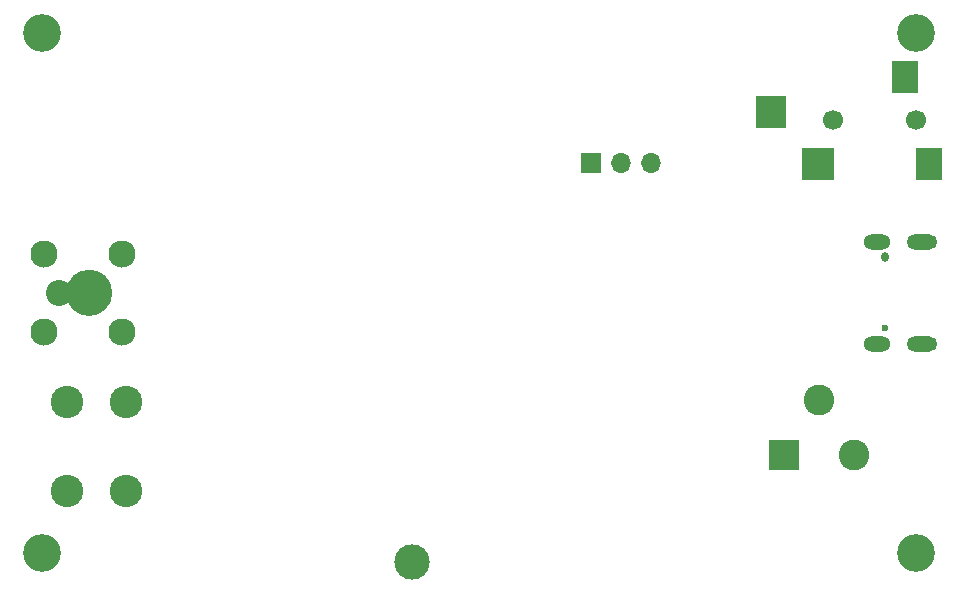
<source format=gbs>
G04 #@! TF.GenerationSoftware,KiCad,Pcbnew,7.0.6-7.0.6~ubuntu20.04.1*
G04 #@! TF.CreationDate,2024-05-17T12:06:41-07:00*
G04 #@! TF.ProjectId,harp_lick_detector_capactive,68617270-5f6c-4696-936b-5f6465746563,rev?*
G04 #@! TF.SameCoordinates,PX640a5a0PY7088980*
G04 #@! TF.FileFunction,Soldermask,Bot*
G04 #@! TF.FilePolarity,Negative*
%FSLAX46Y46*%
G04 Gerber Fmt 4.6, Leading zero omitted, Abs format (unit mm)*
G04 Created by KiCad (PCBNEW 7.0.6-7.0.6~ubuntu20.04.1) date 2024-05-17 12:06:41*
%MOMM*%
%LPD*%
G01*
G04 APERTURE LIST*
%ADD10C,1.975000*%
%ADD11R,2.600000X2.600000*%
%ADD12C,2.600000*%
%ADD13C,2.200000*%
%ADD14C,2.300000*%
%ADD15C,3.200000*%
%ADD16C,0.600000*%
%ADD17O,0.600000X0.850000*%
%ADD18O,2.300000X1.300000*%
%ADD19O,2.600000X1.300000*%
%ADD20C,2.750000*%
%ADD21R,1.700000X1.700000*%
%ADD22O,1.700000X1.700000*%
%ADD23C,3.000000*%
%ADD24C,1.700000*%
%ADD25R,2.200000X2.800000*%
%ADD26R,2.800000X2.800000*%
%ADD27R,2.600000X2.800000*%
G04 APERTURE END LIST*
D10*
X7987500Y25000000D02*
G75*
G03*
X7987500Y25000000I-987500J0D01*
G01*
D11*
G04 #@! TO.C,J6*
X65800000Y11250000D03*
D12*
X71800000Y11250000D03*
X68800000Y15950000D03*
G04 #@! TD*
D13*
G04 #@! TO.C,J3*
X7000000Y25000000D03*
X4460000Y25000000D03*
D14*
X3190000Y21723400D03*
X9743200Y21723400D03*
X3190000Y28276600D03*
X9743200Y28276600D03*
G04 #@! TD*
D15*
G04 #@! TO.C,REF\u002A\u002A*
X77000000Y3000000D03*
G04 #@! TD*
G04 #@! TO.C,REF\u002A\u002A*
X77000000Y47000000D03*
G04 #@! TD*
D16*
G04 #@! TO.C,J5*
X74400000Y22000000D03*
D17*
X74400000Y28000000D03*
D18*
X73675000Y20680000D03*
D19*
X77500000Y20680000D03*
D18*
X73675000Y29320000D03*
D19*
X77500000Y29320000D03*
G04 #@! TD*
D15*
G04 #@! TO.C,REF\u002A\u002A*
X3000000Y47000000D03*
G04 #@! TD*
G04 #@! TO.C,REF\u002A\u002A*
X3000000Y3000000D03*
G04 #@! TD*
D20*
G04 #@! TO.C,H1*
X10100000Y15750000D03*
X5100000Y15750000D03*
X10100000Y8250000D03*
X5100000Y8250000D03*
G04 #@! TD*
D21*
G04 #@! TO.C,J2*
X49500000Y36000000D03*
D22*
X52040000Y36000000D03*
X54580000Y36000000D03*
G04 #@! TD*
D23*
G04 #@! TO.C,TP1*
X34300000Y2200000D03*
G04 #@! TD*
D24*
G04 #@! TO.C,J4*
X70000000Y39600000D03*
X77000000Y39600000D03*
D25*
X76100000Y43300000D03*
X78100000Y35900000D03*
D26*
X68700000Y35900000D03*
D27*
X64700000Y40350000D03*
G04 #@! TD*
M02*

</source>
